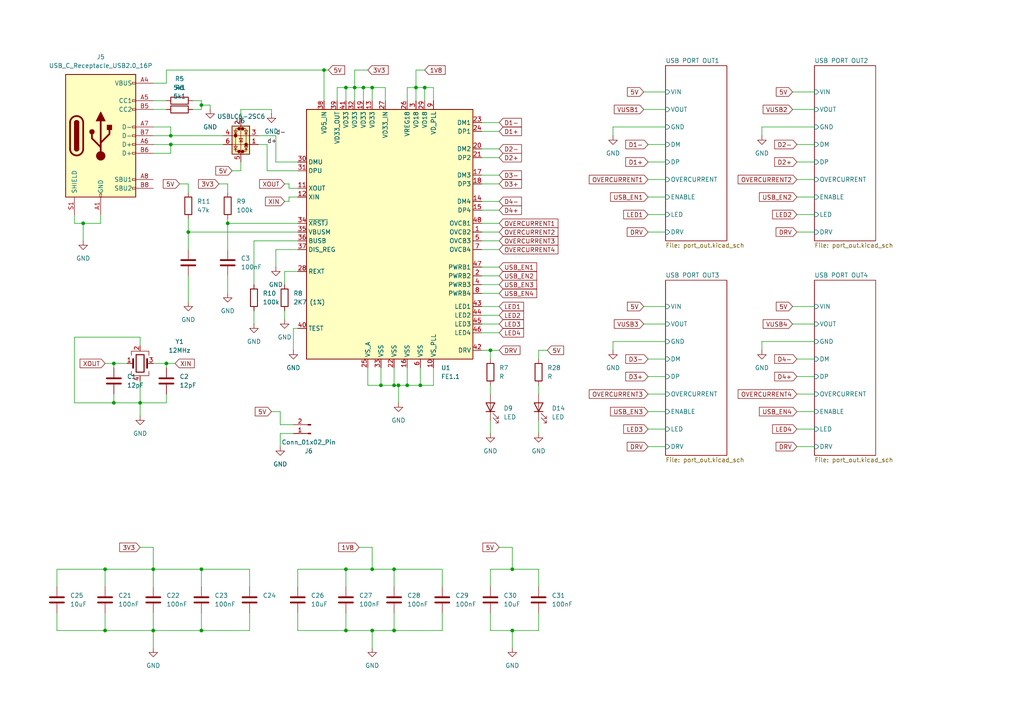
<source format=kicad_sch>
(kicad_sch (version 20231120) (generator "eeschema") (generator_version "8.0")
  (paper "A4")
  (lib_symbols
    (symbol "Connector:Conn_01x02_Pin" (pin_names (offset 1.016) hide)
      (property "Reference" "J" (at 0 2.54 0))
      (property "Value" "Conn_01x02_Pin" (at 0 -5.08 0))
      (symbol "Conn_01x02_Pin_1_1"
        (polyline (pts (xy 1.27 -2.54) (xy 0.8636 -2.54)) (stroke (width 0.1524)))
        (polyline (pts (xy 1.27 0) (xy 0.8636 0)) (stroke (width 0.1524)))
        (rectangle (start 0.8636 -2.413) (end 0 -2.667) (stroke (width 0.1524)) (fill (type outline)))
        (rectangle (start 0.8636 0.127) (end 0 -0.127) (stroke (width 0.1524)) (fill (type outline)))
        (pin passive line (at 5.08 0 180) (length 3.81) (name "Pin_1") (number "1"))
        (pin passive line (at 5.08 -2.54 180) (length 3.81) (name "Pin_2") (number "2"))
      )
    )
    (symbol "Connector:USB_C_Receptacle_USB2.0_16P" (pin_names (offset 1.016))
      (property "Reference" "J" (at 0 22.225 0))
      (property "Value" "USB_C_Receptacle_USB2.0_16P" (at 0 19.685 0))
      (symbol "USB_C_Receptacle_USB2.0_16P_0_0"
        (rectangle (start -0.254 -17.78) (end 0.254 -16.764))
        (rectangle (start 10.16 -14.986) (end 9.144 -15.494))
        (rectangle (start 10.16 -12.446) (end 9.144 -12.954))
        (rectangle (start 10.16 -4.826) (end 9.144 -5.334))
        (rectangle (start 10.16 -2.286) (end 9.144 -2.794))
        (rectangle (start 10.16 0.254) (end 9.144 -0.254))
        (rectangle (start 10.16 2.794) (end 9.144 2.286))
        (rectangle (start 10.16 7.874) (end 9.144 7.366))
        (rectangle (start 10.16 10.414) (end 9.144 9.906))
        (rectangle (start 10.16 15.494) (end 9.144 14.986))
      )
      (symbol "USB_C_Receptacle_USB2.0_16P_0_1"
        (rectangle (start -10.16 17.78) (end 10.16 -17.78) (stroke (width 0.254)) (fill (type background)))
        (arc (start -8.89 -3.81) (mid -6.985 -5.7067) (end -5.08 -3.81) (stroke (width 0.508)))
        (arc (start -7.62 -3.81) (mid -6.985 -4.4423) (end -6.35 -3.81) (stroke (width 0.254)))
        (arc (start -7.62 -3.81) (mid -6.985 -4.4423) (end -6.35 -3.81) (stroke (width 0.254)) (fill (type outline)))
        (rectangle (start -7.62 -3.81) (end -6.35 3.81) (stroke (width 0.254)) (fill (type outline)))
        (arc (start -6.35 3.81) (mid -6.985 4.4423) (end -7.62 3.81) (stroke (width 0.254)))
        (arc (start -6.35 3.81) (mid -6.985 4.4423) (end -7.62 3.81) (stroke (width 0.254)) (fill (type outline)))
        (arc (start -5.08 3.81) (mid -6.985 5.7067) (end -8.89 3.81) (stroke (width 0.508)))
        (circle (center -2.54 1.143) (radius 0.635) (stroke (width 0.254)) (fill (type outline)))
        (circle (center 0 -5.842) (radius 1.27) (fill (type outline)))
        (polyline (pts (xy -8.89 -3.81) (xy -8.89 3.81)) (stroke (width 0.508)))
        (polyline (pts (xy -5.08 3.81) (xy -5.08 -3.81)) (stroke (width 0.508)))
        (polyline (pts (xy 0 -5.842) (xy 0 4.318)) (stroke (width 0.508)))
        (polyline (pts (xy 0 -3.302) (xy -2.54 -0.762) (xy -2.54 0.508)) (stroke (width 0.508)))
        (polyline (pts (xy 0 -2.032) (xy 2.54 0.508) (xy 2.54 1.778)) (stroke (width 0.508)))
        (polyline (pts (xy -1.27 4.318) (xy 0 6.858) (xy 1.27 4.318) (xy -1.27 4.318)) (stroke (width 0.254)) (fill (type outline)))
        (rectangle (start 1.905 1.778) (end 3.175 3.048) (stroke (width 0.254)) (fill (type outline)))
      )
      (symbol "USB_C_Receptacle_USB2.0_16P_1_1"
        (pin passive line (at 0 -22.86 90) (length 5.08) (name "GND") (number "A1"))
        (pin passive line (at 0 -22.86 90) (length 5.08) hide (name "GND") (number "A12"))
        (pin passive line (at 15.24 15.24 180) (length 5.08) (name "VBUS") (number "A4"))
        (pin bidirectional line (at 15.24 10.16 180) (length 5.08) (name "CC1") (number "A5"))
        (pin bidirectional line (at 15.24 -2.54 180) (length 5.08) (name "D+") (number "A6"))
        (pin bidirectional line (at 15.24 2.54 180) (length 5.08) (name "D-") (number "A7"))
        (pin bidirectional line (at 15.24 -12.7 180) (length 5.08) (name "SBU1") (number "A8"))
        (pin passive line (at 15.24 15.24 180) (length 5.08) hide (name "VBUS") (number "A9"))
        (pin passive line (at 0 -22.86 90) (length 5.08) hide (name "GND") (number "B1"))
        (pin passive line (at 0 -22.86 90) (length 5.08) hide (name "GND") (number "B12"))
        (pin passive line (at 15.24 15.24 180) (length 5.08) hide (name "VBUS") (number "B4"))
        (pin bidirectional line (at 15.24 7.62 180) (length 5.08) (name "CC2") (number "B5"))
        (pin bidirectional line (at 15.24 -5.08 180) (length 5.08) (name "D+") (number "B6"))
        (pin bidirectional line (at 15.24 0 180) (length 5.08) (name "D-") (number "B7"))
        (pin bidirectional line (at 15.24 -15.24 180) (length 5.08) (name "SBU2") (number "B8"))
        (pin passive line (at 15.24 15.24 180) (length 5.08) hide (name "VBUS") (number "B9"))
        (pin passive line (at -7.62 -22.86 90) (length 5.08) (name "SHIELD") (number "S1"))
      )
    )
    (symbol "Device:C" (pin_numbers hide) (pin_names (offset 0.254))
      (property "Reference" "C" (at 0.635 2.54 0))
      (property "Value" "C" (at 0.635 -2.54 0))
      (symbol "C_0_1"
        (polyline (pts (xy -2.032 -0.762) (xy 2.032 -0.762)) (stroke (width 0.508)))
        (polyline (pts (xy -2.032 0.762) (xy 2.032 0.762)) (stroke (width 0.508)))
      )
      (symbol "C_1_1"
        (pin passive line (at 0 3.81 270) (length 2.794) (name "~") (number "1"))
        (pin passive line (at 0 -3.81 90) (length 2.794) (name "~") (number "2"))
      )
    )
    (symbol "Device:Crystal_GND24" (pin_names (offset 1.016) hide)
      (property "Reference" "Y" (at 3.175 5.08 0))
      (property "Value" "Crystal_GND24" (at 3.175 3.175 0))
      (symbol "Crystal_GND24_0_1"
        (rectangle (start -1.143 2.54) (end 1.143 -2.54) (stroke (width 0.3048)))
        (polyline (pts (xy -2.54 0) (xy -2.032 0)))
        (polyline (pts (xy -2.032 -1.27) (xy -2.032 1.27)) (stroke (width 0.508)))
        (polyline (pts (xy 0 -3.81) (xy 0 -3.556)))
        (polyline (pts (xy 0 3.556) (xy 0 3.81)))
        (polyline (pts (xy 2.032 -1.27) (xy 2.032 1.27)) (stroke (width 0.508)))
        (polyline (pts (xy 2.032 0) (xy 2.54 0)))
        (polyline (pts (xy -2.54 -2.286) (xy -2.54 -3.556) (xy 2.54 -3.556) (xy 2.54 -2.286)))
        (polyline (pts (xy -2.54 2.286) (xy -2.54 3.556) (xy 2.54 3.556) (xy 2.54 2.286)))
      )
      (symbol "Crystal_GND24_1_1"
        (pin passive line (at -3.81 0 0) (length 1.27) (name "1") (number "1"))
        (pin passive line (at 0 5.08 270) (length 1.27) (name "2") (number "2"))
        (pin passive line (at 3.81 0 180) (length 1.27) (name "3") (number "3"))
        (pin passive line (at 0 -5.08 90) (length 1.27) (name "4") (number "4"))
      )
    )
    (symbol "Device:LED" (pin_numbers hide) (pin_names (offset 1.016) hide)
      (property "Reference" "D" (at 0 2.54 0))
      (property "Value" "LED" (at 0 -2.54 0))
      (symbol "LED_0_1"
        (polyline (pts (xy -1.27 -1.27) (xy -1.27 1.27)) (stroke (width 0.254)))
        (polyline (pts (xy -1.27 0) (xy 1.27 0)))
        (polyline (pts (xy 1.27 -1.27) (xy 1.27 1.27) (xy -1.27 0) (xy 1.27 -1.27)) (stroke (width 0.254)))
        (polyline (pts (xy -3.048 -0.762) (xy -4.572 -2.286) (xy -3.81 -2.286) (xy -4.572 -2.286) (xy -4.572 -1.524)))
        (polyline (pts (xy -1.778 -0.762) (xy -3.302 -2.286) (xy -2.54 -2.286) (xy -3.302 -2.286) (xy -3.302 -1.524)))
      )
      (symbol "LED_1_1"
        (pin passive line (at -3.81 0 0) (length 2.54) (name "K") (number "1"))
        (pin passive line (at 3.81 0 180) (length 2.54) (name "A") (number "2"))
      )
    )
    (symbol "Device:R" (pin_numbers hide) (pin_names (offset 0))
      (property "Reference" "R" (at 2.032 0 90))
      (property "Value" "R" (at 0 0 90))
      (symbol "R_0_1"
        (rectangle (start -1.016 -2.54) (end 1.016 2.54) (stroke (width 0.254)))
      )
      (symbol "R_1_1"
        (pin passive line (at 0 3.81 270) (length 1.27) (name "~") (number "1"))
        (pin passive line (at 0 -3.81 90) (length 1.27) (name "~") (number "2"))
      )
    )
    (symbol "Power_Protection:USBLC6-2SC6" (pin_names hide)
      (property "Reference" "U" (at 0.635 5.715 0))
      (property "Value" "USBLC6-2SC6" (at 0.635 3.81 0))
      (symbol "USBLC6-2SC6_0_0"
        (circle (center -1.524 0) (radius 0.0001) (stroke (width 0.508)))
        (circle (center -0.508 -4.572) (radius 0.0001) (stroke (width 0.508)))
        (circle (center -0.508 2.032) (radius 0.0001) (stroke (width 0.508)))
        (circle (center 0.508 -4.572) (radius 0.0001) (stroke (width 0.508)))
        (circle (center 0.508 2.032) (radius 0.0001) (stroke (width 0.508)))
        (circle (center 1.524 -2.54) (radius 0.0001) (stroke (width 0.508)))
      )
      (symbol "USBLC6-2SC6_0_1"
        (polyline (pts (xy -2.54 -2.54) (xy 2.54 -2.54)))
        (polyline (pts (xy -2.54 0) (xy 2.54 0)))
        (polyline (pts (xy -2.032 -3.048) (xy -1.016 -3.048)))
        (polyline (pts (xy -1.016 1.524) (xy -2.032 1.524)))
        (polyline (pts (xy 1.016 -3.048) (xy 2.032 -3.048)))
        (polyline (pts (xy 1.016 1.524) (xy 2.032 1.524)))
        (polyline (pts (xy -0.508 -1.143) (xy -0.508 -0.762) (xy 0.508 -0.762)))
        (polyline (pts (xy -2.032 0.508) (xy -1.016 0.508) (xy -1.524 1.524) (xy -2.032 0.508)))
        (polyline (pts (xy -1.016 -4.064) (xy -2.032 -4.064) (xy -1.524 -3.048) (xy -1.016 -4.064)))
        (polyline (pts (xy 0.508 -1.778) (xy -0.508 -1.778) (xy 0 -0.762) (xy 0.508 -1.778)))
        (polyline (pts (xy 2.032 -4.064) (xy 1.016 -4.064) (xy 1.524 -3.048) (xy 2.032 -4.064)))
        (polyline (pts (xy 2.032 0.508) (xy 1.016 0.508) (xy 1.524 1.524) (xy 2.032 0.508)))
        (polyline (pts (xy 0 2.54) (xy -0.508 2.032) (xy 0.508 2.032) (xy 0 1.524) (xy 0 -4.064) (xy -0.508 -4.572) (xy 0.508 -4.572) (xy 0 -5.08)))
      )
      (symbol "USBLC6-2SC6_1_1"
        (rectangle (start -2.54 2.794) (end 2.54 -5.334) (stroke (width 0.254)) (fill (type background)))
        (polyline (pts (xy -0.508 2.032) (xy -1.524 2.032) (xy -1.524 -4.572) (xy -0.508 -4.572)))
        (polyline (pts (xy 0.508 -4.572) (xy 1.524 -4.572) (xy 1.524 2.032) (xy 0.508 2.032)))
        (pin passive line (at -5.08 0 0) (length 2.54) (name "I/O1") (number "1"))
        (pin passive line (at 0 -7.62 90) (length 2.54) (name "GND") (number "2"))
        (pin passive line (at -5.08 -2.54 0) (length 2.54) (name "I/O2") (number "3"))
        (pin passive line (at 5.08 -2.54 180) (length 2.54) (name "I/O2") (number "4"))
        (pin passive line (at 0 5.08 270) (length 2.54) (name "VBUS") (number "5"))
        (pin passive line (at 5.08 0 180) (length 2.54) (name "I/O1") (number "6"))
      )
    )
    (symbol "lib:FE1.1"
      (property "Reference" "U2" (at -16.8559 33.02 0))
      (property "Value" "FE1.1" (at -2.286 -12.192 0))
      (symbol "FE1.1_0_1"
        (rectangle (start -24.13 25.4) (end 24.13 -46.99) (stroke (width 0.254)) (fill (type background)))
      )
      (symbol "FE1.1_1_1"
        (pin output line (at 26.67 -10.16 180) (length 2.54) (name "OVCB2") (number "1"))
        (pin power_in line (at 12.7 -49.53 90) (length 2.54) (name "VS_PLL") (number "10"))
        (pin output line (at -26.67 2.54 0) (length 2.54) (name "XOUT") (number "11"))
        (pin input line (at -26.67 0 0) (length 2.54) (name "XIN") (number "12"))
        (pin power_in line (at -5.08 27.94 270) (length 2.54) (name "VD33") (number "13"))
        (pin bidirectional line (at 26.67 -1.27 180) (length 2.54) (name "DM4") (number "14"))
        (pin bidirectional line (at 26.67 -3.81 180) (length 2.54) (name "DP4") (number "15"))
        (pin power_in line (at 5.08 -49.53 90) (length 2.54) (name "VSS") (number "16"))
        (pin bidirectional line (at 26.67 6.35 180) (length 2.54) (name "DM3") (number "17"))
        (pin bidirectional line (at 26.67 3.81 180) (length 2.54) (name "DP3") (number "18"))
        (pin power_in line (at -7.62 27.94 270) (length 2.54) (name "VD33") (number "19"))
        (pin output line (at 26.67 -22.86 180) (length 2.54) (name "PWRB2") (number "2"))
        (pin bidirectional line (at 26.67 13.97 180) (length 2.54) (name "DM2") (number "20"))
        (pin bidirectional line (at 26.67 11.43 180) (length 2.54) (name "DP2") (number "21"))
        (pin power_in line (at 1.27 -49.53 90) (length 2.54) (name "VSS") (number "22"))
        (pin bidirectional line (at 26.67 21.59 180) (length 2.54) (name "DM1") (number "23"))
        (pin bidirectional line (at 26.67 19.05 180) (length 2.54) (name "DP1") (number "24"))
        (pin power_in line (at -6.35 -49.53 90) (length 2.54) (name "VS_A") (number "25"))
        (pin power_out line (at 5.08 27.94 270) (length 2.54) (name "VREG18") (number "26"))
        (pin power_in line (at -1.27 27.94 270) (length 2.54) (name "VD33_IN") (number "27"))
        (pin passive line (at -26.67 -21.59 0) (length 2.54) (name "REXT") (number "28"))
        (pin power_in line (at 10.16 27.94 270) (length 2.54) (name "VD18") (number "29"))
        (pin power_in line (at 7.62 27.94 270) (length 2.54) (name "VD18") (number "3"))
        (pin bidirectional line (at -26.67 10.16 0) (length 2.54) (name "DMU") (number "30"))
        (pin bidirectional line (at -26.67 7.62 0) (length 2.54) (name "DPU") (number "31"))
        (pin power_in line (at -10.16 27.94 270) (length 2.54) (name "VD33") (number "32"))
        (pin power_in line (at -2.54 -49.53 90) (length 2.54) (name "VSS") (number "33"))
        (pin input line (at -26.67 -7.62 0) (length 2.54) (name "~{XRSTJ}") (number "34"))
        (pin input line (at -26.67 -10.16 0) (length 2.54) (name "VBUSM") (number "35"))
        (pin input line (at -26.67 -12.7 0) (length 2.54) (name "BUSB") (number "36"))
        (pin input line (at -26.67 -15.24 0) (length 2.54) (name "DIS_REG") (number "37"))
        (pin power_in line (at -19.05 27.94 270) (length 2.54) (name "VD5_IN") (number "38"))
        (pin power_out line (at -15.24 27.94 270) (length 2.54) (name "VD33_OUT") (number "39"))
        (pin output line (at 26.67 -25.4 180) (length 2.54) (name "PWRB3") (number "4"))
        (pin power_in line (at -26.67 -38.1 0) (length 2.54) (name "TEST") (number "40"))
        (pin power_in line (at -12.7 27.94 270) (length 2.54) (name "VD33") (number "41"))
        (pin bidirectional line (at 26.67 -44.45 180) (length 2.54) (name "DRV") (number "42"))
        (pin output line (at 26.67 -31.75 180) (length 2.54) (name "LED1") (number "43"))
        (pin output line (at 26.67 -34.29 180) (length 2.54) (name "LED2") (number "44"))
        (pin output line (at 26.67 -36.83 180) (length 2.54) (name "LED3") (number "45"))
        (pin bidirectional line (at 26.67 -39.37 180) (length 2.54) (name "LED4") (number "46"))
        (pin output line (at 26.67 -20.32 180) (length 2.54) (name "PWRB1") (number "47"))
        (pin output line (at 26.67 -7.62 180) (length 2.54) (name "OVCB1") (number "48"))
        (pin output line (at 26.67 -12.7 180) (length 2.54) (name "OVCB3") (number "5"))
        (pin power_in line (at 8.89 -49.53 90) (length 2.54) (name "VSS") (number "6"))
        (pin output line (at 26.67 -15.24 180) (length 2.54) (name "OVCB4") (number "7"))
        (pin bidirectional line (at 26.67 -27.94 180) (length 2.54) (name "PWRB4") (number "8"))
        (pin power_in line (at 12.7 27.94 270) (length 2.54) (name "VD_PLL") (number "9"))
      )
    )
    (symbol "power:GND" (power) (pin_numbers hide) (pin_names (offset 0) hide)
      (property "Value" "GND" (at 0 -3.81 0))
      (symbol "GND_0_1"
        (polyline (pts (xy 0 0) (xy 0 -1.27) (xy 1.27 -1.27) (xy 0 -2.54) (xy -1.27 -1.27) (xy 0 -1.27)))
      )
      (symbol "GND_1_1"
        (pin power_in line (at 0 0 270) (length 0) (name "~") (number "1"))
      )
    )
  )
  (junction (at 24.13 64.77))
  (junction (at 49.53 39.37))
  (junction (at 105.41 25.4))
  (junction (at 107.95 182.88))
  (junction (at 115.57 111.76))
  (junction (at 148.59 182.88))
  (junction (at 118.11 111.76))
  (junction (at 100.33 165.1))
  (junction (at 44.45 182.88))
  (junction (at 58.42 30.48))
  (junction (at 33.02 105.41))
  (junction (at 66.04 64.77))
  (junction (at 93.98 20.32))
  (junction (at 107.95 165.1))
  (junction (at 107.95 25.4))
  (junction (at 33.02 116.84))
  (junction (at 123.19 25.4))
  (junction (at 100.33 25.4))
  (junction (at 114.3 182.88))
  (junction (at 44.45 165.1))
  (junction (at 148.59 165.1))
  (junction (at 30.48 165.1))
  (junction (at 49.53 41.91))
  (junction (at 100.33 182.88))
  (junction (at 114.3 165.1))
  (junction (at 121.92 111.76))
  (junction (at 58.42 182.88))
  (junction (at 142.24 101.6))
  (junction (at 102.87 25.4))
  (junction (at 110.49 111.76))
  (junction (at 30.48 182.88))
  (junction (at 58.42 165.1))
  (junction (at 48.26 105.41))
  (junction (at 54.61 67.31))
  (junction (at 120.65 25.4))
  (junction (at 114.3 111.76))
  (junction (at 40.64 116.84))
  (wire (pts (xy 44.45 165.1) (xy 44.45 170.18)))
  (wire (pts (xy 118.11 25.4) (xy 120.65 25.4)))
  (wire (pts (xy 229.87 88.9) (xy 236.22 88.9)))
  (wire (pts (xy 69.85 31.75) (xy 78.74 31.75)))
  (wire (pts (xy 40.64 158.75) (xy 44.45 158.75)))
  (wire (pts (xy 123.19 25.4) (xy 125.73 25.4)))
  (wire (pts (xy 120.65 25.4) (xy 120.65 29.21)))
  (wire (pts (xy 48.26 114.3) (xy 48.26 116.84)))
  (wire (pts (xy 58.42 31.75) (xy 58.42 30.48)))
  (wire (pts (xy 139.7 58.42) (xy 144.78 58.42)))
  (wire (pts (xy 139.7 45.72) (xy 144.78 45.72)))
  (wire (pts (xy 229.87 26.67) (xy 236.22 26.67)))
  (wire (pts (xy 86.36 67.31) (xy 54.61 67.31)))
  (wire (pts (xy 187.96 114.3) (xy 193.04 114.3)))
  (wire (pts (xy 83.82 54.61) (xy 83.82 53.34)))
  (wire (pts (xy 102.87 20.32) (xy 102.87 25.4)))
  (wire (pts (xy 139.7 77.47) (xy 144.78 77.47)))
  (wire (pts (xy 144.78 158.75) (xy 148.59 158.75)))
  (wire (pts (xy 142.24 101.6) (xy 144.78 101.6)))
  (wire (pts (xy 72.39 165.1) (xy 58.42 165.1)))
  (wire (pts (xy 100.33 182.88) (xy 107.95 182.88)))
  (wire (pts (xy 83.82 53.34) (xy 82.55 53.34)))
  (wire (pts (xy 107.95 182.88) (xy 107.95 187.96)))
  (wire (pts (xy 139.7 101.6) (xy 142.24 101.6)))
  (wire (pts (xy 81.28 125.73) (xy 85.09 125.73)))
  (wire (pts (xy 120.65 25.4) (xy 123.19 25.4)))
  (wire (pts (xy 236.22 99.06) (xy 220.98 99.06)))
  (wire (pts (xy 156.21 111.76) (xy 156.21 114.3)))
  (wire (pts (xy 86.36 69.85) (xy 73.66 69.85)))
  (wire (pts (xy 67.31 49.53) (xy 69.85 49.53)))
  (wire (pts (xy 111.76 29.21) (xy 111.76 25.4)))
  (wire (pts (xy 186.69 93.98) (xy 193.04 93.98)))
  (wire (pts (xy 44.45 182.88) (xy 58.42 182.88)))
  (wire (pts (xy 156.21 165.1) (xy 148.59 165.1)))
  (wire (pts (xy 69.85 31.75) (xy 69.85 34.29)))
  (wire (pts (xy 58.42 165.1) (xy 58.42 170.18)))
  (wire (pts (xy 231.14 62.23) (xy 236.22 62.23)))
  (wire (pts (xy 139.7 82.55) (xy 144.78 82.55)))
  (wire (pts (xy 158.75 101.6) (xy 156.21 101.6)))
  (wire (pts (xy 86.36 78.74) (xy 82.55 78.74)))
  (wire (pts (xy 231.14 124.46) (xy 236.22 124.46)))
  (wire (pts (xy 78.74 33.02) (xy 78.74 31.75)))
  (wire (pts (xy 156.21 177.8) (xy 156.21 182.88)))
  (wire (pts (xy 139.7 43.18) (xy 144.78 43.18)))
  (wire (pts (xy 54.61 80.01) (xy 54.61 87.63)))
  (wire (pts (xy 139.7 93.98) (xy 144.78 93.98)))
  (wire (pts (xy 177.8 99.06) (xy 177.8 101.6)))
  (wire (pts (xy 16.51 182.88) (xy 30.48 182.88)))
  (wire (pts (xy 66.04 80.01) (xy 66.04 85.09)))
  (wire (pts (xy 58.42 177.8) (xy 58.42 182.88)))
  (wire (pts (xy 118.11 106.68) (xy 118.11 111.76)))
  (wire (pts (xy 58.42 30.48) (xy 58.42 29.21)))
  (wire (pts (xy 60.96 30.48) (xy 60.96 31.75)))
  (wire (pts (xy 148.59 158.75) (xy 148.59 165.1)))
  (wire (pts (xy 139.7 96.52) (xy 144.78 96.52)))
  (wire (pts (xy 148.59 165.1) (xy 142.24 165.1)))
  (wire (pts (xy 74.93 41.91) (xy 77.47 41.91)))
  (wire (pts (xy 40.64 100.33) (xy 40.64 97.79)))
  (wire (pts (xy 82.55 90.17) (xy 82.55 92.71)))
  (wire (pts (xy 100.33 177.8) (xy 100.33 182.88)))
  (wire (pts (xy 78.74 119.38) (xy 81.28 119.38)))
  (wire (pts (xy 86.36 95.25) (xy 85.09 95.25)))
  (wire (pts (xy 139.7 64.77) (xy 144.78 64.77)))
  (wire (pts (xy 229.87 93.98) (xy 236.22 93.98)))
  (wire (pts (xy 49.53 44.45) (xy 44.45 44.45)))
  (wire (pts (xy 44.45 29.21) (xy 48.26 29.21)))
  (wire (pts (xy 114.3 177.8) (xy 114.3 182.88)))
  (wire (pts (xy 114.3 165.1) (xy 107.95 165.1)))
  (wire (pts (xy 100.33 165.1) (xy 86.36 165.1)))
  (wire (pts (xy 142.24 121.92) (xy 142.24 125.73)))
  (wire (pts (xy 49.53 41.91) (xy 64.77 41.91)))
  (wire (pts (xy 186.69 88.9) (xy 193.04 88.9)))
  (wire (pts (xy 44.45 24.13) (xy 48.26 24.13)))
  (wire (pts (xy 139.7 72.39) (xy 144.78 72.39)))
  (wire (pts (xy 236.22 36.83) (xy 220.98 36.83)))
  (wire (pts (xy 139.7 60.96) (xy 144.78 60.96)))
  (wire (pts (xy 231.14 67.31) (xy 236.22 67.31)))
  (wire (pts (xy 139.7 67.31) (xy 144.78 67.31)))
  (wire (pts (xy 77.47 49.53) (xy 77.47 41.91)))
  (wire (pts (xy 40.64 110.49) (xy 40.64 116.84)))
  (wire (pts (xy 49.53 36.83) (xy 49.53 39.37)))
  (wire (pts (xy 30.48 105.41) (xy 33.02 105.41)))
  (wire (pts (xy 55.88 31.75) (xy 58.42 31.75)))
  (wire (pts (xy 36.83 105.41) (xy 33.02 105.41)))
  (wire (pts (xy 110.49 106.68) (xy 110.49 111.76)))
  (wire (pts (xy 142.24 101.6) (xy 142.24 104.14)))
  (wire (pts (xy 177.8 36.83) (xy 177.8 39.37)))
  (wire (pts (xy 66.04 64.77) (xy 86.36 64.77)))
  (wire (pts (xy 81.28 125.73) (xy 81.28 129.54)))
  (wire (pts (xy 193.04 99.06) (xy 177.8 99.06)))
  (wire (pts (xy 231.14 114.3) (xy 236.22 114.3)))
  (wire (pts (xy 105.41 25.4) (xy 107.95 25.4)))
  (wire (pts (xy 106.68 106.68) (xy 106.68 111.76)))
  (wire (pts (xy 29.21 64.77) (xy 24.13 64.77)))
  (wire (pts (xy 30.48 177.8) (xy 30.48 182.88)))
  (wire (pts (xy 187.96 57.15) (xy 193.04 57.15)))
  (wire (pts (xy 123.19 25.4) (xy 123.19 29.21)))
  (wire (pts (xy 120.65 20.32) (xy 120.65 25.4)))
  (wire (pts (xy 72.39 177.8) (xy 72.39 182.88)))
  (wire (pts (xy 121.92 106.68) (xy 121.92 111.76)))
  (wire (pts (xy 139.7 85.09) (xy 144.78 85.09)))
  (wire (pts (xy 81.28 123.19) (xy 85.09 123.19)))
  (wire (pts (xy 86.36 72.39) (xy 80.01 72.39)))
  (wire (pts (xy 115.57 111.76) (xy 115.57 116.84)))
  (wire (pts (xy 86.36 165.1) (xy 86.36 170.18)))
  (wire (pts (xy 107.95 182.88) (xy 114.3 182.88)))
  (wire (pts (xy 156.21 101.6) (xy 156.21 104.14)))
  (wire (pts (xy 187.96 124.46) (xy 193.04 124.46)))
  (wire (pts (xy 73.66 90.17) (xy 73.66 93.98)))
  (wire (pts (xy 69.85 46.99) (xy 69.85 49.53)))
  (wire (pts (xy 102.87 25.4) (xy 105.41 25.4)))
  (wire (pts (xy 48.26 20.32) (xy 48.26 24.13)))
  (wire (pts (xy 187.96 52.07) (xy 193.04 52.07)))
  (wire (pts (xy 44.45 182.88) (xy 44.45 187.96)))
  (wire (pts (xy 107.95 25.4) (xy 107.95 29.21)))
  (wire (pts (xy 80.01 72.39) (xy 80.01 77.47)))
  (wire (pts (xy 107.95 25.4) (xy 111.76 25.4)))
  (wire (pts (xy 44.45 36.83) (xy 49.53 36.83)))
  (wire (pts (xy 24.13 64.77) (xy 24.13 69.85)))
  (wire (pts (xy 106.68 111.76) (xy 110.49 111.76)))
  (wire (pts (xy 107.95 158.75) (xy 107.95 165.1)))
  (wire (pts (xy 229.87 31.75) (xy 236.22 31.75)))
  (wire (pts (xy 21.59 97.79) (xy 40.64 97.79)))
  (wire (pts (xy 44.45 41.91) (xy 49.53 41.91)))
  (wire (pts (xy 44.45 165.1) (xy 30.48 165.1)))
  (wire (pts (xy 21.59 64.77) (xy 24.13 64.77)))
  (wire (pts (xy 193.04 46.99) (xy 187.96 46.99)))
  (wire (pts (xy 30.48 165.1) (xy 16.51 165.1)))
  (wire (pts (xy 156.21 165.1) (xy 156.21 170.18)))
  (wire (pts (xy 66.04 53.34) (xy 66.04 55.88)))
  (wire (pts (xy 86.36 177.8) (xy 86.36 182.88)))
  (wire (pts (xy 86.36 182.88) (xy 100.33 182.88)))
  (wire (pts (xy 115.57 111.76) (xy 118.11 111.76)))
  (wire (pts (xy 97.79 25.4) (xy 97.79 29.21)))
  (wire (pts (xy 236.22 104.14) (xy 231.14 104.14)))
  (wire (pts (xy 52.07 53.34) (xy 54.61 53.34)))
  (wire (pts (xy 220.98 99.06) (xy 220.98 101.6)))
  (wire (pts (xy 30.48 165.1) (xy 30.48 170.18)))
  (wire (pts (xy 95.25 20.32) (xy 93.98 20.32)))
  (wire (pts (xy 86.36 57.15) (xy 83.82 57.15)))
  (wire (pts (xy 128.27 165.1) (xy 128.27 170.18)))
  (wire (pts (xy 33.02 105.41) (xy 33.02 106.68)))
  (wire (pts (xy 123.19 20.32) (xy 120.65 20.32)))
  (wire (pts (xy 125.73 106.68) (xy 125.73 111.76)))
  (wire (pts (xy 110.49 111.76) (xy 114.3 111.76)))
  (wire (pts (xy 128.27 165.1) (xy 114.3 165.1)))
  (wire (pts (xy 139.7 35.56) (xy 144.78 35.56)))
  (wire (pts (xy 49.53 39.37) (xy 44.45 39.37)))
  (wire (pts (xy 107.95 165.1) (xy 100.33 165.1)))
  (wire (pts (xy 80.01 39.37) (xy 80.01 46.99)))
  (wire (pts (xy 44.45 165.1) (xy 58.42 165.1)))
  (wire (pts (xy 49.53 41.91) (xy 49.53 44.45)))
  (wire (pts (xy 74.93 39.37) (xy 80.01 39.37)))
  (wire (pts (xy 16.51 177.8) (xy 16.51 182.88)))
  (wire (pts (xy 193.04 41.91) (xy 187.96 41.91)))
  (wire (pts (xy 139.7 88.9) (xy 144.78 88.9)))
  (wire (pts (xy 93.98 20.32) (xy 93.98 29.21)))
  (wire (pts (xy 49.53 39.37) (xy 64.77 39.37)))
  (wire (pts (xy 186.69 26.67) (xy 193.04 26.67)))
  (wire (pts (xy 156.21 121.92) (xy 156.21 125.73)))
  (wire (pts (xy 125.73 25.4) (xy 125.73 29.21)))
  (wire (pts (xy 128.27 177.8) (xy 128.27 182.88)))
  (wire (pts (xy 85.09 95.25) (xy 85.09 101.6)))
  (wire (pts (xy 187.96 129.54) (xy 193.04 129.54)))
  (wire (pts (xy 193.04 109.22) (xy 187.96 109.22)))
  (wire (pts (xy 48.26 106.68) (xy 48.26 105.41)))
  (wire (pts (xy 33.02 116.84) (xy 40.64 116.84)))
  (wire (pts (xy 21.59 97.79) (xy 21.59 116.84)))
  (wire (pts (xy 40.64 116.84) (xy 48.26 116.84)))
  (wire (pts (xy 66.04 63.5) (xy 66.04 64.77)))
  (wire (pts (xy 231.14 52.07) (xy 236.22 52.07)))
  (wire (pts (xy 21.59 116.84) (xy 33.02 116.84)))
  (wire (pts (xy 58.42 182.88) (xy 72.39 182.88)))
  (wire (pts (xy 77.47 49.53) (xy 86.36 49.53)))
  (wire (pts (xy 44.45 105.41) (xy 48.26 105.41)))
  (wire (pts (xy 118.11 29.21) (xy 118.11 25.4)))
  (wire (pts (xy 102.87 29.21) (xy 102.87 25.4)))
  (wire (pts (xy 139.7 80.01) (xy 144.78 80.01)))
  (wire (pts (xy 231.14 129.54) (xy 236.22 129.54)))
  (wire (pts (xy 73.66 69.85) (xy 73.66 82.55)))
  (wire (pts (xy 83.82 58.42) (xy 82.55 58.42)))
  (wire (pts (xy 139.7 53.34) (xy 144.78 53.34)))
  (wire (pts (xy 100.33 25.4) (xy 97.79 25.4)))
  (wire (pts (xy 231.14 57.15) (xy 236.22 57.15)))
  (wire (pts (xy 114.3 106.68) (xy 114.3 111.76)))
  (wire (pts (xy 139.7 38.1) (xy 144.78 38.1)))
  (wire (pts (xy 66.04 64.77) (xy 66.04 72.39)))
  (wire (pts (xy 21.59 62.23) (xy 21.59 64.77)))
  (wire (pts (xy 139.7 50.8) (xy 144.78 50.8)))
  (wire (pts (xy 30.48 182.88) (xy 44.45 182.88)))
  (wire (pts (xy 186.69 31.75) (xy 193.04 31.75)))
  (wire (pts (xy 142.24 165.1) (xy 142.24 170.18)))
  (wire (pts (xy 148.59 182.88) (xy 156.21 182.88)))
  (wire (pts (xy 82.55 78.74) (xy 82.55 82.55)))
  (wire (pts (xy 83.82 57.15) (xy 83.82 58.42)))
  (wire (pts (xy 187.96 119.38) (xy 193.04 119.38)))
  (wire (pts (xy 104.14 158.75) (xy 107.95 158.75)))
  (wire (pts (xy 58.42 30.48) (xy 60.96 30.48)))
  (wire (pts (xy 40.64 116.84) (xy 40.64 120.65)))
  (wire (pts (xy 236.22 41.91) (xy 231.14 41.91)))
  (wire (pts (xy 121.92 111.76) (xy 118.11 111.76)))
  (wire (pts (xy 142.24 182.88) (xy 148.59 182.88)))
  (wire (pts (xy 114.3 165.1) (xy 114.3 170.18)))
  (wire (pts (xy 236.22 46.99) (xy 231.14 46.99)))
  (wire (pts (xy 193.04 36.83) (xy 177.8 36.83)))
  (wire (pts (xy 142.24 177.8) (xy 142.24 182.88)))
  (wire (pts (xy 142.24 111.76) (xy 142.24 114.3)))
  (wire (pts (xy 54.61 53.34) (xy 54.61 55.88)))
  (wire (pts (xy 29.21 62.23) (xy 29.21 64.77)))
  (wire (pts (xy 63.5 53.34) (xy 66.04 53.34)))
  (wire (pts (xy 114.3 111.76) (xy 115.57 111.76)))
  (wire (pts (xy 187.96 67.31) (xy 193.04 67.31)))
  (wire (pts (xy 148.59 182.88) (xy 148.59 187.96)))
  (wire (pts (xy 114.3 182.88) (xy 128.27 182.88)))
  (wire (pts (xy 139.7 69.85) (xy 144.78 69.85)))
  (wire (pts (xy 33.02 114.3) (xy 33.02 116.84)))
  (wire (pts (xy 54.61 67.31) (xy 54.61 72.39)))
  (wire (pts (xy 236.22 109.22) (xy 231.14 109.22)))
  (wire (pts (xy 44.45 158.75) (xy 44.45 165.1)))
  (wire (pts (xy 106.68 20.32) (xy 102.87 20.32)))
  (wire (pts (xy 100.33 25.4) (xy 102.87 25.4)))
  (wire (pts (xy 100.33 25.4) (xy 100.33 29.21)))
  (wire (pts (xy 48.26 20.32) (xy 93.98 20.32)))
  (wire (pts (xy 86.36 54.61) (xy 83.82 54.61)))
  (wire (pts (xy 105.41 25.4) (xy 105.41 29.21)))
  (wire (pts (xy 231.14 119.38) (xy 236.22 119.38)))
  (wire (pts (xy 80.01 46.99) (xy 86.36 46.99)))
  (wire (pts (xy 187.96 62.23) (xy 193.04 62.23)))
  (wire (pts (xy 50.8 105.41) (xy 48.26 105.41)))
  (wire (pts (xy 55.88 29.21) (xy 58.42 29.21)))
  (wire (pts (xy 72.39 165.1) (xy 72.39 170.18)))
  (wire (pts (xy 220.98 36.83) (xy 220.98 39.37)))
  (wire (pts (xy 44.45 31.75) (xy 48.26 31.75)))
  (wire (pts (xy 100.33 165.1) (xy 100.33 170.18)))
  (wire (pts (xy 54.61 63.5) (xy 54.61 67.31)))
  (wire (pts (xy 125.73 111.76) (xy 121.92 111.76)))
  (wire (pts (xy 44.45 177.8) (xy 44.45 182.88)))
  (wire (pts (xy 81.28 119.38) (xy 81.28 123.19)))
  (wire (pts (xy 193.04 104.14) (xy 187.96 104.14)))
  (wire (pts (xy 139.7 91.44) (xy 144.78 91.44)))
  (wire (pts (xy 16.51 165.1) (xy 16.51 170.18)))
  (label "d+" (at 77.47 41.91 0))
  (label "d-" (at 80.01 39.37 0))
  (global_label "5V" (shape input) (at 52.07 53.34 180) (property "Intersheetrefs" "${INTERSHEET_REFS}" (effects (hide yes))))
  (global_label "LED4" (shape input) (at 231.14 124.46 180) (property "Intersheetrefs" "${INTERSHEET_REFS}" (effects (hide yes))))
  (global_label "D2+" (shape input) (at 144.78 45.72 0) (property "Intersheetrefs" "${INTERSHEET_REFS}" (effects (hide yes))))
  (global_label "LED2" (shape input) (at 144.78 91.44 0) (property "Intersheetrefs" "${INTERSHEET_REFS}" (effects (hide yes))))
  (global_label "LED3" (shape input) (at 144.78 93.98 0) (property "Intersheetrefs" "${INTERSHEET_REFS}" (effects (hide yes))))
  (global_label "USB_EN1" (shape input) (at 144.78 77.47 0) (property "Intersheetrefs" "${INTERSHEET_REFS}" (effects (hide yes))))
  (global_label "LED3" (shape input) (at 187.96 124.46 180) (property "Intersheetrefs" "${INTERSHEET_REFS}" (effects (hide yes))))
  (global_label "D3-" (shape input) (at 144.78 50.8 0) (property "Intersheetrefs" "${INTERSHEET_REFS}" (effects (hide yes))))
  (global_label "XIN" (shape input) (at 50.8 105.41 0) (property "Intersheetrefs" "${INTERSHEET_REFS}" (effects (hide yes))))
  (global_label "USB_EN3" (shape input) (at 144.78 82.55 0) (property "Intersheetrefs" "${INTERSHEET_REFS}" (effects (hide yes))))
  (global_label "OVERCURRENT3" (shape input) (at 144.78 69.85 0) (property "Intersheetrefs" "${INTERSHEET_REFS}" (effects (hide yes))))
  (global_label "5V" (shape input) (at 186.69 88.9 180) (property "Intersheetrefs" "${INTERSHEET_REFS}" (effects (hide yes))))
  (global_label "DRV" (shape input) (at 231.14 129.54 180) (property "Intersheetrefs" "${INTERSHEET_REFS}" (effects (hide yes))))
  (global_label "VUSB1" (shape input) (at 186.69 31.75 180) (property "Intersheetrefs" "${INTERSHEET_REFS}" (effects (hide yes))))
  (global_label "OVERCURRENT2" (shape input) (at 231.14 52.07 180) (property "Intersheetrefs" "${INTERSHEET_REFS}" (effects (hide yes))))
  (global_label "OVERCURRENT1" (shape input) (at 187.96 52.07 180) (property "Intersheetrefs" "${INTERSHEET_REFS}" (effects (hide yes))))
  (global_label "5V" (shape input) (at 229.87 26.67 180) (property "Intersheetrefs" "${INTERSHEET_REFS}" (effects (hide yes))))
  (global_label "D1+" (shape input) (at 187.96 46.99 180) (property "Intersheetrefs" "${INTERSHEET_REFS}" (effects (hide yes))))
  (global_label "5V" (shape input) (at 158.75 101.6 0) (property "Intersheetrefs" "${INTERSHEET_REFS}" (effects (hide yes))))
  (global_label "VUSB3" (shape input) (at 186.69 93.98 180) (property "Intersheetrefs" "${INTERSHEET_REFS}" (effects (hide yes))))
  (global_label "OVERCURRENT3" (shape input) (at 187.96 114.3 180) (property "Intersheetrefs" "${INTERSHEET_REFS}" (effects (hide yes))))
  (global_label "XIN" (shape input) (at 82.55 58.42 180) (property "Intersheetrefs" "${INTERSHEET_REFS}" (effects (hide yes))))
  (global_label "LED1" (shape input) (at 187.96 62.23 180) (property "Intersheetrefs" "${INTERSHEET_REFS}" (effects (hide yes))))
  (global_label "DRV" (shape input) (at 144.78 101.6 0) (property "Intersheetrefs" "${INTERSHEET_REFS}" (effects (hide yes))))
  (global_label "D1-" (shape input) (at 187.96 41.91 180) (property "Intersheetrefs" "${INTERSHEET_REFS}" (effects (hide yes))))
  (global_label "3V3" (shape input) (at 106.68 20.32 0) (property "Intersheetrefs" "${INTERSHEET_REFS}" (effects (hide yes))))
  (global_label "OVERCURRENT1" (shape input) (at 144.78 64.77 0) (property "Intersheetrefs" "${INTERSHEET_REFS}" (effects (hide yes))))
  (global_label "D1-" (shape input) (at 144.78 35.56 0) (property "Intersheetrefs" "${INTERSHEET_REFS}" (effects (hide yes))))
  (global_label "OVERCURRENT2" (shape input) (at 144.78 67.31 0) (property "Intersheetrefs" "${INTERSHEET_REFS}" (effects (hide yes))))
  (global_label "USB_EN2" (shape input) (at 231.14 57.15 180) (property "Intersheetrefs" "${INTERSHEET_REFS}" (effects (hide yes))))
  (global_label "1V8" (shape input) (at 123.19 20.32 0) (property "Intersheetrefs" "${INTERSHEET_REFS}" (effects (hide yes))))
  (global_label "D4+" (shape input) (at 144.78 60.96 0) (property "Intersheetrefs" "${INTERSHEET_REFS}" (effects (hide yes))))
  (global_label "D2-" (shape input) (at 231.14 41.91 180) (property "Intersheetrefs" "${INTERSHEET_REFS}" (effects (hide yes))))
  (global_label "USB_EN2" (shape input) (at 144.78 80.01 0) (property "Intersheetrefs" "${INTERSHEET_REFS}" (effects (hide yes))))
  (global_label "OVERCURRENT4" (shape input) (at 231.14 114.3 180) (property "Intersheetrefs" "${INTERSHEET_REFS}" (effects (hide yes))))
  (global_label "LED1" (shape input) (at 144.78 88.9 0) (property "Intersheetrefs" "${INTERSHEET_REFS}" (effects (hide yes))))
  (global_label "D3+" (shape input) (at 144.78 53.34 0) (property "Intersheetrefs" "${INTERSHEET_REFS}" (effects (hide yes))))
  (global_label "D2+" (shape input) (at 231.14 46.99 180) (property "Intersheetrefs" "${INTERSHEET_REFS}" (effects (hide yes))))
  (global_label "D3-" (shape input) (at 187.96 104.14 180) (property "Intersheetrefs" "${INTERSHEET_REFS}" (effects (hide yes))))
  (global_label "DRV" (shape input) (at 231.14 67.31 180) (property "Intersheetrefs" "${INTERSHEET_REFS}" (effects (hide yes))))
  (global_label "1V8" (shape input) (at 104.14 158.75 180) (property "Intersheetrefs" "${INTERSHEET_REFS}" (effects (hide yes))))
  (global_label "USB_EN1" (shape input) (at 187.96 57.15 180) (property "Intersheetrefs" "${INTERSHEET_REFS}" (effects (hide yes))))
  (global_label "5V" (shape input) (at 95.25 20.32 0) (property "Intersheetrefs" "${INTERSHEET_REFS}" (effects (hide yes))))
  (global_label "DRV" (shape input) (at 187.96 129.54 180) (property "Intersheetrefs" "${INTERSHEET_REFS}" (effects (hide yes))))
  (global_label "USB_EN3" (shape input) (at 187.96 119.38 180) (property "Intersheetrefs" "${INTERSHEET_REFS}" (effects (hide yes))))
  (global_label "VUSB4" (shape input) (at 229.87 93.98 180) (property "Intersheetrefs" "${INTERSHEET_REFS}" (effects (hide yes))))
  (global_label "5V" (shape input) (at 78.74 119.38 180) (property "Intersheetrefs" "${INTERSHEET_REFS}" (effects (hide yes))))
  (global_label "D4-" (shape input) (at 144.78 58.42 0) (property "Intersheetrefs" "${INTERSHEET_REFS}" (effects (hide yes))))
  (global_label "LED2" (shape input) (at 231.14 62.23 180) (property "Intersheetrefs" "${INTERSHEET_REFS}" (effects (hide yes))))
  (global_label "XOUT" (shape input) (at 82.55 53.34 180) (property "Intersheetrefs" "${INTERSHEET_REFS}" (effects (hide yes))))
  (global_label "5V" (shape input) (at 229.87 88.9 180) (property "Intersheetrefs" "${INTERSHEET_REFS}" (effects (hide yes))))
  (global_label "5V" (shape input) (at 186.69 26.67 180) (property "Intersheetrefs" "${INTERSHEET_REFS}" (effects (hide yes))))
  (global_label "LED4" (shape input) (at 144.78 96.52 0) (property "Intersheetrefs" "${INTERSHEET_REFS}" (effects (hide yes))))
  (global_label "OVERCURRENT4" (shape input) (at 144.78 72.39 0) (property "Intersheetrefs" "${INTERSHEET_REFS}" (effects (hide yes))))
  (global_label "3V3" (shape input) (at 40.64 158.75 180) (property "Intersheetrefs" "${INTERSHEET_REFS}" (effects (hide yes))))
  (global_label "D3+" (shape input) (at 187.96 109.22 180) (property "Intersheetrefs" "${INTERSHEET_REFS}" (effects (hide yes))))
  (global_label "VUSB2" (shape input) (at 229.87 31.75 180) (property "Intersheetrefs" "${INTERSHEET_REFS}" (effects (hide yes))))
  (global_label "5V" (shape input) (at 144.78 158.75 180) (property "Intersheetrefs" "${INTERSHEET_REFS}" (effects (hide yes))))
  (global_label "D2-" (shape input) (at 144.78 43.18 0) (property "Intersheetrefs" "${INTERSHEET_REFS}" (effects (hide yes))))
  (global_label "DRV" (shape input) (at 187.96 67.31 180) (property "Intersheetrefs" "${INTERSHEET_REFS}" (effects (hide yes))))
  (global_label "USB_EN4" (shape input) (at 144.78 85.09 0) (property "Intersheetrefs" "${INTERSHEET_REFS}" (effects (hide yes))))
  (global_label "USB_EN4" (shape input) (at 231.14 119.38 180) (property "Intersheetrefs" "${INTERSHEET_REFS}" (effects (hide yes))))
  (global_label "D4+" (shape input) (at 231.14 109.22 180) (property "Intersheetrefs" "${INTERSHEET_REFS}" (effects (hide yes))))
  (global_label "5V" (shape input) (at 67.31 49.53 180) (property "Intersheetrefs" "${INTERSHEET_REFS}" (effects (hide yes))))
  (global_label "D4-" (shape input) (at 231.14 104.14 180) (property "Intersheetrefs" "${INTERSHEET_REFS}" (effects (hide yes))))
  (global_label "3V3" (shape input) (at 63.5 53.34 180) (property "Intersheetrefs" "${INTERSHEET_REFS}" (effects (hide yes))))
  (global_label "D1+" (shape input) (at 144.78 38.1 0) (property "Intersheetrefs" "${INTERSHEET_REFS}" (effects (hide yes))))
  (global_label "XOUT" (shape input) (at 30.48 105.41 180) (property "Intersheetrefs" "${INTERSHEET_REFS}" (effects (hide yes))))
  (symbol (lib_id "power:GND") (at 156.21 125.73 0) (unit 1)
    (property "Reference" "#PWR053" (effects (hide yes)))
    (property "Value" "GND" (at 156.21 130.81 0))
    (property "Description" "Power symbol creates a global label with name \"GND\" , ground" (effects (hide yes)))
  )
  (symbol (lib_id "lib:FE1.1") (at 113.03 57.15 0) (unit 1)
    (property "Reference" "U1" (at 127.9241 106.68 0) (effects (justify left)))
    (property "Value" "FE1.1" (at 127.9241 109.22 0) (effects (justify left)))
    (property "Footprint" "Package_QFP:LQFP-48_7x7mm_P0.5mm" (effects (hide yes)))
    (property "Datasheet" "https://elinux.org/images/e/ee/FE11-datasheet.pdf" (effects (hide yes)))
    (property "Description" "USB 2.0 High Speed 4-Port Hub Controller, LQFP-48" (effects (hide yes)))
  )
  (symbol (lib_id "power:GND") (at 82.55 92.71 0) (unit 1)
    (property "Reference" "#PWR017" (effects (hide yes)))
    (property "Value" "GND" (at 82.55 97.79 0))
    (property "Description" "Power symbol creates a global label with name \"GND\" , ground" (effects (hide yes)))
  )
  (symbol (lib_id "Device:C") (at 48.26 110.49 0) (unit 1)
    (property "Reference" "C2" (at 52.07 109.2199 0) (effects (justify left)))
    (property "Value" "12pF" (at 52.07 111.7599 0) (effects (justify left)))
    (property "Footprint" "Capacitor_SMD:C_0603_1608Metric" (effects (hide yes)))
    (property "Description" "Unpolarized capacitor" (effects (hide yes)))
  )
  (symbol (lib_id "Device:C") (at 100.33 173.99 0) (unit 1)
    (property "Reference" "C27" (at 104.14 172.7199 0) (effects (justify left)))
    (property "Value" "100nF" (at 104.14 175.2599 0) (effects (justify left)))
    (property "Footprint" "Capacitor_SMD:C_0603_1608Metric" (effects (hide yes)))
    (property "Description" "Unpolarized capacitor" (effects (hide yes)))
  )
  (symbol (lib_id "power:GND") (at 44.45 187.96 0) (unit 1)
    (property "Reference" "#PWR03" (effects (hide yes)))
    (property "Value" "GND" (at 44.45 193.04 0))
    (property "Description" "Power symbol creates a global label with name \"GND\" , ground" (effects (hide yes)))
  )
  (symbol (lib_id "Device:R") (at 52.07 31.75 90) (unit 1)
    (property "Reference" "R6" (at 52.07 25.4 90))
    (property "Value" "5k1" (at 52.07 27.94 90))
    (property "Footprint" "Resistor_SMD:R_0603_1608Metric" (effects (hide yes)))
    (property "Description" "Resistor" (effects (hide yes)))
  )
  (symbol (lib_id "power:GND") (at 66.04 85.09 0) (unit 1)
    (property "Reference" "#PWR012" (effects (hide yes)))
    (property "Value" "GND" (at 66.04 90.17 0))
    (property "Description" "Power symbol creates a global label with name \"GND\" , ground" (effects (hide yes)))
  )
  (symbol (lib_id "power:GND") (at 78.74 33.02 0) (unit 1)
    (property "Reference" "#PWR044" (effects (hide yes)))
    (property "Value" "GND" (at 78.74 38.1 0))
    (property "Description" "Power symbol creates a global label with name \"GND\" , ground" (effects (hide yes)))
  )
  (symbol (lib_id "Device:C") (at 16.51 173.99 0) (unit 1)
    (property "Reference" "C25" (at 20.32 172.7199 0) (effects (justify left)))
    (property "Value" "10uF" (at 20.32 175.2599 0) (effects (justify left)))
    (property "Footprint" "Capacitor_SMD:C_0805_2012Metric" (effects (hide yes)))
    (property "Description" "Unpolarized capacitor" (effects (hide yes)))
  )
  (symbol (lib_id "Device:R") (at 54.61 59.69 180) (unit 1)
    (property "Reference" "R11" (at 57.15 58.4199 0) (effects (justify right)))
    (property "Value" "47k" (at 57.15 60.9599 0) (effects (justify right)))
    (property "Footprint" "Resistor_SMD:R_0603_1608Metric" (effects (hide yes)))
    (property "Description" "Resistor" (effects (hide yes)))
  )
  (symbol (lib_id "power:GND") (at 80.01 77.47 0) (unit 1)
    (property "Reference" "#PWR018" (effects (hide yes)))
    (property "Value" "GND" (at 80.01 82.55 0))
    (property "Description" "Power symbol creates a global label with name \"GND\" , ground" (effects (hide yes)))
  )
  (symbol (lib_id "power:GND") (at 24.13 69.85 0) (unit 1)
    (property "Reference" "#PWR013" (effects (hide yes)))
    (property "Value" "GND" (at 24.13 74.93 0))
    (property "Description" "Power symbol creates a global label with name \"GND\" , ground" (effects (hide yes)))
  )
  (symbol (lib_id "power:GND") (at 115.57 116.84 0) (unit 1)
    (property "Reference" "#PWR01" (effects (hide yes)))
    (property "Value" "GND" (at 115.57 121.92 0))
    (property "Description" "Power symbol creates a global label with name \"GND\" , ground" (effects (hide yes)))
  )
  (symbol (lib_id "power:GND") (at 177.8 101.6 0) (unit 1)
    (property "Reference" "#PWR024" (effects (hide yes)))
    (property "Value" "GND" (at 177.8 106.68 0))
    (property "Description" "Power symbol creates a global label with name \"GND\" , ground" (effects (hide yes)))
  )
  (symbol (lib_id "power:GND") (at 73.66 93.98 0) (unit 1)
    (property "Reference" "#PWR019" (effects (hide yes)))
    (property "Value" "GND" (at 73.66 99.06 0))
    (property "Description" "Power symbol creates a global label with name \"GND\" , ground" (effects (hide yes)))
  )
  (symbol (lib_id "power:GND") (at 220.98 39.37 0) (unit 1)
    (property "Reference" "#PWR05" (effects (hide yes)))
    (property "Value" "GND" (at 220.98 44.45 0))
    (property "Description" "Power symbol creates a global label with name \"GND\" , ground" (effects (hide yes)))
  )
  (symbol (lib_id "Device:LED") (at 156.21 118.11 90) (unit 1)
    (property "Reference" "D14" (at 160.02 118.4274 90) (effects (justify right)))
    (property "Value" "LED" (at 160.02 120.9674 90) (effects (justify right)))
    (property "Footprint" "LED_SMD:LED_0805_2012Metric" (effects (hide yes)))
    (property "Description" "Light emitting diode" (effects (hide yes)))
  )
  (symbol (lib_id "power:GND") (at 54.61 87.63 0) (unit 1)
    (property "Reference" "#PWR015" (effects (hide yes)))
    (property "Value" "GND" (at 54.61 92.71 0))
    (property "Description" "Power symbol creates a global label with name \"GND\" , ground" (effects (hide yes)))
  )
  (symbol (lib_id "Device:C") (at 128.27 173.99 0) (unit 1)
    (property "Reference" "C29" (at 132.08 172.7199 0) (effects (justify left)))
    (property "Value" "100nF" (at 132.08 175.2599 0) (effects (justify left)))
    (property "Footprint" "Capacitor_SMD:C_0603_1608Metric" (effects (hide yes)))
    (property "Description" "Unpolarized capacitor" (effects (hide yes)))
  )
  (symbol (lib_id "Device:C") (at 156.21 173.99 0) (unit 1)
    (property "Reference" "C31" (at 160.02 172.7199 0) (effects (justify left)))
    (property "Value" "100nF" (at 160.02 175.2599 0) (effects (justify left)))
    (property "Footprint" "Capacitor_SMD:C_0603_1608Metric" (effects (hide yes)))
    (property "Description" "Unpolarized capacitor" (effects (hide yes)))
  )
  (symbol (lib_id "power:GND") (at 81.28 129.54 0) (unit 1)
    (property "Reference" "#PWR052" (effects (hide yes)))
    (property "Value" "GND" (at 81.28 134.62 0))
    (property "Description" "Power symbol creates a global label with name \"GND\" , ground" (effects (hide yes)))
  )
  (symbol (lib_id "Device:C") (at 66.04 76.2 0) (unit 1)
    (property "Reference" "C3" (at 69.85 74.9299 0) (effects (justify left)))
    (property "Value" "100nF" (at 69.85 77.4699 0) (effects (justify left)))
    (property "Footprint" "Capacitor_SMD:C_0603_1608Metric" (effects (hide yes)))
    (property "Description" "Unpolarized capacitor" (effects (hide yes)))
  )
  (symbol (lib_id "Connector:Conn_01x02_Pin") (at 90.17 125.73 180) (unit 1)
    (property "Reference" "J6" (at 89.535 130.81 0))
    (property "Value" "Conn_01x02_Pin" (at 89.535 128.27 0))
    (property "Footprint" "Connector_PinHeader_2.54mm:PinHeader_1x02_P2.54mm_Vertical" (effects (hide yes)))
    (property "Description" "Generic connector, single row, 01x02, script generated" (effects (hide yes)))
  )
  (symbol (lib_id "Device:R") (at 82.55 86.36 0) (unit 1)
    (property "Reference" "R8" (at 85.09 85.0899 0) (effects (justify left)))
    (property "Value" "2K7 (1%)" (at 85.09 87.6299 0) (effects (justify left)))
    (property "Footprint" "Resistor_SMD:R_0603_1608Metric" (effects (hide yes)))
    (property "Description" "Resistor" (effects (hide yes)))
  )
  (symbol (lib_id "Device:R") (at 73.66 86.36 180) (unit 1)
    (property "Reference" "R10" (at 76.2 85.0899 0) (effects (justify right)))
    (property "Value" "100k" (at 76.2 87.6299 0) (effects (justify right)))
    (property "Footprint" "Resistor_SMD:R_0603_1608Metric" (effects (hide yes)))
    (property "Description" "Resistor" (effects (hide yes)))
  )
  (symbol (lib_id "Device:R") (at 156.21 107.95 0) (unit 1)
    (property "Reference" "R28" (at 158.75 106.6799 0) (effects (justify left)))
    (property "Value" "R" (at 158.75 109.2199 0) (effects (justify left)))
    (property "Footprint" "Resistor_SMD:R_0603_1608Metric" (effects (hide yes)))
    (property "Description" "Resistor" (effects (hide yes)))
  )
  (symbol (lib_id "power:GND") (at 177.8 39.37 0) (unit 1)
    (property "Reference" "#PWR04" (effects (hide yes)))
    (property "Value" "GND" (at 177.8 44.45 0))
    (property "Description" "Power symbol creates a global label with name \"GND\" , ground" (effects (hide yes)))
  )
  (symbol (lib_id "Device:LED") (at 142.24 118.11 90) (unit 1)
    (property "Reference" "D9" (at 146.05 118.4274 90) (effects (justify right)))
    (property "Value" "LED" (at 146.05 120.9674 90) (effects (justify right)))
    (property "Footprint" "LED_SMD:LED_0805_2012Metric" (effects (hide yes)))
    (property "Description" "Light emitting diode" (effects (hide yes)))
  )
  (symbol (lib_id "Device:C") (at 58.42 173.99 0) (unit 1)
    (property "Reference" "C23" (at 62.23 172.7199 0) (effects (justify left)))
    (property "Value" "100nF" (at 62.23 175.2599 0) (effects (justify left)))
    (property "Footprint" "Capacitor_SMD:C_0603_1608Metric" (effects (hide yes)))
    (property "Description" "Unpolarized capacitor" (effects (hide yes)))
  )
  (symbol (lib_id "power:GND") (at 148.59 187.96 0) (unit 1)
    (property "Reference" "#PWR030" (effects (hide yes)))
    (property "Value" "GND" (at 148.59 193.04 0))
    (property "Description" "Power symbol creates a global label with name \"GND\" , ground" (effects (hide yes)))
  )
  (symbol (lib_id "Device:R") (at 52.07 29.21 90) (unit 1)
    (property "Reference" "R5" (at 52.07 22.86 90))
    (property "Value" "5k1" (at 52.07 25.4 90))
    (property "Footprint" "Resistor_SMD:R_0603_1608Metric" (effects (hide yes)))
    (property "Description" "Resistor" (effects (hide yes)))
  )
  (symbol (lib_id "Power_Protection:USBLC6-2SC6") (at 69.85 41.91 180) (unit 1)
    (property "Reference" "U6" (at 71.12 35.052 0) (effects (justify left)))
    (property "Value" "USBLC6-2SC6" (at 76.962 33.782 0) (effects (justify left)))
    (property "Footprint" "Package_TO_SOT_SMD:SOT-23-6" (effects (hide yes)))
    (property "Datasheet" "https://www.st.com/resource/en/datasheet/usblc6-2.pdf" (effects (hide yes)))
    (property "Description" "Very low capacitance ESD protection diode, 2 data-line, SOT-23-6" (effects (hide yes)))
  )
  (symbol (lib_id "power:GND") (at 142.24 125.73 0) (unit 1)
    (property "Reference" "#PWR011" (effects (hide yes)))
    (property "Value" "GND" (at 142.24 130.81 0))
    (property "Description" "Power symbol creates a global label with name \"GND\" , ground" (effects (hide yes)))
  )
  (symbol (lib_id "Device:Crystal_GND24") (at 40.64 105.41 0) (unit 1)
    (property "Reference" "Y1" (at 52.07 99.0914 0))
    (property "Value" "12MHz" (at 52.07 101.6314 0))
    (property "Footprint" "Crystal:Crystal_SMD_3225-4Pin_3.2x2.5mm" (effects (hide yes)))
    (property "Description" "Four pin crystal, GND on pins 2 and 4" (effects (hide yes)))
  )
  (symbol (lib_id "Device:R") (at 66.04 59.69 180) (unit 1)
    (property "Reference" "R9" (at 68.58 58.4199 0) (effects (justify right)))
    (property "Value" "100k" (at 68.58 60.9599 0) (effects (justify right)))
    (property "Footprint" "Resistor_SMD:R_0603_1608Metric" (effects (hide yes)))
    (property "Description" "Resistor" (effects (hide yes)))
  )
  (symbol (lib_id "Device:R") (at 142.24 107.95 0) (unit 1)
    (property "Reference" "R7" (at 144.78 106.6799 0) (effects (justify left)))
    (property "Value" "R" (at 144.78 109.2199 0) (effects (justify left)))
    (property "Footprint" "Resistor_SMD:R_0603_1608Metric" (effects (hide yes)))
    (property "Description" "Resistor" (effects (hide yes)))
  )
  (symbol (lib_id "Device:C") (at 86.36 173.99 0) (unit 1)
    (property "Reference" "C26" (at 90.17 172.7199 0) (effects (justify left)))
    (property "Value" "10uF" (at 90.17 175.2599 0) (effects (justify left)))
    (property "Footprint" "Capacitor_SMD:C_0805_2012Metric" (effects (hide yes)))
    (property "Description" "Unpolarized capacitor" (effects (hide yes)))
  )
  (symbol (lib_id "power:GND") (at 107.95 187.96 0) (unit 1)
    (property "Reference" "#PWR023" (effects (hide yes)))
    (property "Value" "GND" (at 107.95 193.04 0))
    (property "Description" "Power symbol creates a global label with name \"GND\" , ground" (effects (hide yes)))
  )
  (symbol (lib_id "power:GND") (at 60.96 31.75 0) (unit 1)
    (property "Reference" "#PWR010" (effects (hide yes)))
    (property "Value" "GND" (at 60.96 36.83 0))
    (property "Description" "Power symbol creates a global label with name \"GND\" , ground" (effects (hide yes)))
  )
  (symbol (lib_id "power:GND") (at 85.09 101.6 0) (unit 1)
    (property "Reference" "#PWR016" (effects (hide yes)))
    (property "Value" "GND" (at 85.09 106.68 0))
    (property "Description" "Power symbol creates a global label with name \"GND\" , ground" (effects (hide yes)))
  )
  (symbol (lib_id "power:GND") (at 220.98 101.6 0) (unit 1)
    (property "Reference" "#PWR025" (effects (hide yes)))
    (property "Value" "GND" (at 220.98 106.68 0))
    (property "Description" "Power symbol creates a global label with name \"GND\" , ground" (effects (hide yes)))
  )
  (symbol (lib_id "Device:C") (at 142.24 173.99 0) (unit 1)
    (property "Reference" "C30" (at 146.05 172.7199 0) (effects (justify left)))
    (property "Value" "10uF" (at 146.05 175.2599 0) (effects (justify left)))
    (property "Footprint" "Capacitor_SMD:C_0805_2012Metric" (effects (hide yes)))
    (property "Description" "Unpolarized capacitor" (effects (hide yes)))
  )
  (symbol (lib_id "Device:C") (at 72.39 173.99 0) (unit 1)
    (property "Reference" "C24" (at 76.2 172.7199 0) (effects (justify left)))
    (property "Value" "100nF" (effects (hide yes)))
    (property "Footprint" "Capacitor_SMD:C_0603_1608Metric" (effects (hide yes)))
    (property "Description" "Unpolarized capacitor" (effects (hide yes)))
  )
  (symbol (lib_id "Device:C") (at 30.48 173.99 0) (unit 1)
    (property "Reference" "C21" (at 34.29 172.7199 0) (effects (justify left)))
    (property "Value" "100nF" (at 34.29 175.2599 0) (effects (justify left)))
    (property "Footprint" "Capacitor_SMD:C_0603_1608Metric" (effects (hide yes)))
    (property "Description" "Unpolarized capacitor" (effects (hide yes)))
  )
  (symbol (lib_id "Device:C") (at 44.45 173.99 0) (unit 1)
    (property "Reference" "C22" (at 48.26 172.7199 0) (effects (justify left)))
    (property "Value" "100nF" (at 48.26 175.2599 0) (effects (justify left)))
    (property "Footprint" "Capacitor_SMD:C_0603_1608Metric" (effects (hide yes)))
    (property "Description" "Unpolarized capacitor" (effects (hide yes)))
  )
  (symbol (lib_id "power:GND") (at 40.64 120.65 0) (unit 1)
    (property "Reference" "#PWR014" (effects (hide yes)))
    (property "Value" "GND" (at 40.64 125.73 0))
    (property "Description" "Power symbol creates a global label with name \"GND\" , ground" (effects (hide yes)))
  )
  (symbol (lib_id "Device:C") (at 54.61 76.2 0) (unit 1)
    (property "Reference" "C4" (effects (hide yes)))
    (property "Value" "100nF" (effects (hide yes)))
    (property "Footprint" "Capacitor_SMD:C_0603_1608Metric" (effects (hide yes)))
    (property "Description" "Unpolarized capacitor" (effects (hide yes)))
  )
  (symbol (lib_id "Device:C") (at 114.3 173.99 0) (unit 1)
    (property "Reference" "C28" (at 118.11 172.7199 0) (effects (justify left)))
    (property "Value" "100nF" (at 118.11 175.2599 0) (effects (justify left)))
    (property "Footprint" "Capacitor_SMD:C_0603_1608Metric" (effects (hide yes)))
    (property "Description" "Unpolarized capacitor" (effects (hide yes)))
  )
  (symbol (lib_id "Connector:USB_C_Receptacle_USB2.0_16P") (at 29.21 39.37 0) (unit 1)
    (property "Reference" "J5" (at 29.21 16.51 0))
    (property "Value" "USB_C_Receptacle_USB2.0_16P" (at 29.21 19.05 0))
    (property "Footprint" "Connector_USB:USB_C_Receptacle_HRO_TYPE-C-31-M-12" (effects (hide yes)))
    (property "Datasheet" "https://www.usb.org/sites/default/files/documents/usb_type-c.zip" (effects (hide yes)))
    (property "Description" "USB 2.0-only 16P Type-C Receptacle connector" (effects (hide yes)))
  )
  (symbol (lib_id "Device:C") (at 33.02 110.49 0) (unit 1)
    (property "Reference" "C1" (at 36.83 109.2199 0) (effects (justify left)))
    (property "Value" "12pF" (at 36.83 111.7599 0) (effects (justify left)))
    (property "Footprint" "Capacitor_SMD:C_0603_1608Metric" (effects (hide yes)))
    (property "Description" "Unpolarized capacitor" (effects (hide yes)))
  )
  (sheet (at 236.22 81.28) (size 17.78 50.8) (stroke (width 0.1524))
    (property "Sheetname" "USB PORT OUT4" (at 236.22 80.5684 0) (effects (justify left bottom)))
    (property "Sheetfile" "port_out.kicad_sch" (at 236.22 132.6646 0) (effects (justify left top)))
    (pin "VIN" input (at 236.22 88.9 180))
    (pin "VOUT" input (at 236.22 93.98 180))
    (pin "OVERCURRENT" input (at 236.22 114.3 180))
    (pin "ENABLE" input (at 236.22 119.38 180))
    (pin "GND" input (at 236.22 99.06 180))
    (pin "DM" input (at 236.22 104.14 180))
    (pin "DP" input (at 236.22 109.22 180))
    (pin "LED" input (at 236.22 124.46 180))
    (pin "DRV" input (at 236.22 129.54 180))
  )
  (sheet (at 193.04 81.28) (size 17.78 50.8) (stroke (width 0.1524))
    (property "Sheetname" "USB PORT OUT3" (at 193.04 80.5684 0) (effects (justify left bottom)))
    (property "Sheetfile" "port_out.kicad_sch" (at 193.04 132.6646 0) (effects (justify left top)))
    (pin "VIN" input (at 193.04 88.9 180))
    (pin "VOUT" input (at 193.04 93.98 180))
    (pin "OVERCURRENT" input (at 193.04 114.3 180))
    (pin "ENABLE" input (at 193.04 119.38 180))
    (pin "GND" input (at 193.04 99.06 180))
    (pin "DM" input (at 193.04 104.14 180))
    (pin "DP" input (at 193.04 109.22 180))
    (pin "LED" input (at 193.04 124.46 180))
    (pin "DRV" input (at 193.04 129.54 180))
  )
  (sheet (at 236.22 19.05) (size 17.78 50.8) (stroke (width 0.1524))
    (property "Sheetname" "USB PORT OUT2" (at 236.22 18.3384 0) (effects (justify left bottom)))
    (property "Sheetfile" "port_out.kicad_sch" (at 236.22 70.4346 0) (effects (justify left top)))
    (pin "VIN" input (at 236.22 26.67 180))
    (pin "VOUT" input (at 236.22 31.75 180))
    (pin "OVERCURRENT" input (at 236.22 52.07 180))
    (pin "ENABLE" input (at 236.22 57.15 180))
    (pin "GND" input (at 236.22 36.83 180))
    (pin "DM" input (at 236.22 41.91 180))
    (pin "DP" input (at 236.22 46.99 180))
    (pin "LED" input (at 236.22 62.23 180))
    (pin "DRV" input (at 236.22 67.31 180))
  )
  (sheet (at 193.04 19.05) (size 17.78 50.8) (stroke (width 0.1524))
    (property "Sheetname" "USB PORT OUT1" (at 193.04 18.3384 0) (effects (justify left bottom)))
    (property "Sheetfile" "port_out.kicad_sch" (at 193.04 70.4346 0) (effects (justify left top)))
    (pin "VIN" input (at 193.04 26.67 180))
    (pin "VOUT" input (at 193.04 31.75 180))
    (pin "OVERCURRENT" input (at 193.04 52.07 180))
    (pin "ENABLE" input (at 193.04 57.15 180))
    (pin "GND" input (at 193.04 36.83 180))
    (pin "DM" input (at 193.04 41.91 180))
    (pin "DP" input (at 193.04 46.99 180))
    (pin "LED" input (at 193.04 62.23 180))
    (pin "DRV" input (at 193.04 67.31 180))
  )
)
</source>
